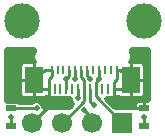
<source format=gbr>
G04 #@! TF.FileFunction,Copper,L1,Top,Signal*
%FSLAX46Y46*%
G04 Gerber Fmt 4.6, Leading zero omitted, Abs format (unit mm)*
G04 Created by KiCad (PCBNEW 4.0.1-3.201512221402+6198~38~ubuntu14.04.1-stable) date mån 28 dec 2015 02:15:22*
%MOMM*%
G01*
G04 APERTURE LIST*
%ADD10C,0.100000*%
%ADD11R,0.270000X0.900000*%
%ADD12R,0.270000X0.800000*%
%ADD13R,1.650000X2.300000*%
%ADD14C,3.000000*%
%ADD15R,0.900000X0.500000*%
%ADD16C,1.700000*%
%ADD17R,1.700000X1.700000*%
%ADD18C,0.508000*%
%ADD19C,0.228600*%
%ADD20C,0.250000*%
%ADD21C,0.500000*%
G04 APERTURE END LIST*
D10*
D11*
X69135000Y-8215000D03*
X68635000Y-8215000D03*
X68135000Y-8215000D03*
X67635000Y-8215000D03*
X67135000Y-8215000D03*
X66635000Y-8215000D03*
X66135000Y-8215000D03*
X65635000Y-8215000D03*
X65135000Y-8215000D03*
X64635000Y-8215000D03*
X64135000Y-8215000D03*
X63635000Y-8215000D03*
D12*
X63890000Y-6615000D03*
X64390000Y-6615000D03*
X64890000Y-6615000D03*
X65390000Y-6615000D03*
X65890000Y-6615000D03*
X66390000Y-6615000D03*
X66890000Y-6615000D03*
X67390000Y-6615000D03*
X67890000Y-6615000D03*
X68390000Y-6615000D03*
X68890000Y-6615000D03*
X69390000Y-6615000D03*
D13*
X70605000Y-7515000D03*
X62415000Y-7515000D03*
D14*
X61351520Y-2465000D03*
X71670120Y-2465000D03*
D15*
X71750500Y-9890000D03*
X71750500Y-11390000D03*
X60450500Y-9890000D03*
X60450500Y-11390000D03*
D16*
X62236000Y-11103000D03*
X64776000Y-11103000D03*
X67316000Y-11103000D03*
D17*
X69856000Y-11103000D03*
D18*
X64823200Y-9427300D03*
X60450500Y-10640000D03*
X67140000Y-7390000D03*
X66102000Y-9052500D03*
X66660800Y-10017700D03*
X65140000Y-7390000D03*
X67890000Y-7390000D03*
X67435500Y-9636000D03*
X71750500Y-10640000D03*
X65890000Y-7390000D03*
X62609500Y-9878000D03*
D19*
X62415000Y-7515000D02*
X61165000Y-7515000D01*
X62415000Y-7515000D02*
X62415000Y-9265000D01*
X71750500Y-9890000D02*
X71750500Y-7515000D01*
X71750500Y-7515000D02*
X71855000Y-7515000D01*
X70605000Y-7515000D02*
X70605000Y-9015000D01*
X62415000Y-7515000D02*
X62415000Y-6015000D01*
X70605000Y-7515000D02*
X70605000Y-6015000D01*
X70605000Y-7515000D02*
X71750500Y-7515000D01*
X64823200Y-9427300D02*
X63635000Y-9427300D01*
X71750500Y-9890000D02*
X70605000Y-9890000D01*
X70605000Y-9890000D02*
X69900000Y-9890000D01*
X69900000Y-9890000D02*
X69135000Y-9125000D01*
X69135000Y-9125000D02*
X69135000Y-8215000D01*
X60450500Y-11390000D02*
X60450500Y-10640000D01*
X69135000Y-7645000D02*
X69390000Y-7390000D01*
X69135000Y-8215000D02*
X69135000Y-7645000D01*
X69390000Y-7390000D02*
X69390000Y-6615000D01*
X63890000Y-6615000D02*
X63890000Y-7135000D01*
X63635000Y-7390000D02*
X63635000Y-8215000D01*
X63890000Y-7135000D02*
X63635000Y-7390000D01*
X69135000Y-8215000D02*
X69905000Y-8215000D01*
X69905000Y-8215000D02*
X70605000Y-7515000D01*
X69390000Y-6615000D02*
X69705000Y-6615000D01*
X69705000Y-6615000D02*
X70605000Y-7515000D01*
X63890000Y-6615000D02*
X63315000Y-6615000D01*
X63315000Y-6615000D02*
X62415000Y-7515000D01*
X63635000Y-8215000D02*
X63115000Y-8215000D01*
X63115000Y-8215000D02*
X62415000Y-7515000D01*
X63635000Y-9704000D02*
X63632000Y-9704000D01*
X63632000Y-9704000D02*
X62236000Y-11100000D01*
D20*
X63635000Y-8215000D02*
X63635000Y-9427300D01*
X63635000Y-9427300D02*
X63635000Y-9704000D01*
D19*
X66635000Y-8215000D02*
X66635000Y-9281500D01*
X66635000Y-9281500D02*
X64813500Y-11103000D01*
X64813500Y-11103000D02*
X64776000Y-11103000D01*
D20*
X66390000Y-6615000D02*
X66390000Y-7243000D01*
X66635000Y-7488000D02*
X66635000Y-8215000D01*
X66390000Y-7243000D02*
X66635000Y-7488000D01*
D19*
X66890000Y-7140000D02*
X67140000Y-7390000D01*
X66890000Y-6615000D02*
X66890000Y-7140000D01*
X66135000Y-8215000D02*
X66135000Y-9019500D01*
X66102000Y-9052500D02*
X66135000Y-9083000D01*
X66135000Y-9019500D02*
X66102000Y-9052500D01*
X66660800Y-10017700D02*
X67316000Y-10672900D01*
X67316000Y-11103000D02*
X67316000Y-10672900D01*
X65390000Y-6615000D02*
X65390000Y-7140000D01*
X65390000Y-7140000D02*
X65140000Y-7390000D01*
X65135000Y-7395000D02*
X65140000Y-7390000D01*
X65135000Y-8215000D02*
X65135000Y-7395000D01*
X67890000Y-7390000D02*
X67890000Y-6615000D01*
X67635000Y-7645000D02*
X67890000Y-7390000D01*
X67635000Y-8215000D02*
X67635000Y-7645000D01*
X67635000Y-8215000D02*
X67635000Y-8879000D01*
X67635000Y-8879000D02*
X69856000Y-11100000D01*
X67135000Y-9335500D02*
X67435500Y-9636000D01*
X67135000Y-8215000D02*
X67135000Y-9335500D01*
X71750500Y-10640000D02*
X71750500Y-11390000D01*
X65890000Y-7390000D02*
X65890000Y-6615000D01*
X62597500Y-9890000D02*
X62609500Y-9878000D01*
X62597500Y-9890000D02*
X60450500Y-9890000D01*
D21*
G36*
X62360000Y-5077544D02*
X62247306Y-5246203D01*
X62193839Y-5515000D01*
X62247306Y-5783797D01*
X62369810Y-5967138D01*
X62373327Y-5985827D01*
X62302500Y-5915000D01*
X61500489Y-5915000D01*
X61335095Y-5983509D01*
X61208508Y-6110096D01*
X61140000Y-6275490D01*
X61140000Y-7402500D01*
X61252500Y-7515000D01*
X61140000Y-7627500D01*
X61140000Y-8754510D01*
X61208508Y-8919904D01*
X61335095Y-9046491D01*
X61500489Y-9115000D01*
X62302500Y-9115000D01*
X62415000Y-9002500D01*
X62527500Y-9115000D01*
X63329511Y-9115000D01*
X63494905Y-9046491D01*
X63568230Y-8973166D01*
X63610798Y-9039318D01*
X63692736Y-9095304D01*
X63790000Y-9115000D01*
X65445545Y-9115000D01*
X65445486Y-9182493D01*
X65545206Y-9423835D01*
X65653479Y-9532297D01*
X65430776Y-9755000D01*
X63266008Y-9755000D01*
X63266014Y-9748007D01*
X63166294Y-9506665D01*
X62981806Y-9321855D01*
X62740639Y-9221714D01*
X62479507Y-9221486D01*
X62238165Y-9321206D01*
X62185980Y-9373300D01*
X61207063Y-9373300D01*
X61194594Y-9353922D01*
X61060123Y-9262042D01*
X60900500Y-9229717D01*
X60140000Y-9229717D01*
X60140000Y-4955000D01*
X62240000Y-4955000D01*
X62337264Y-4935304D01*
X62360000Y-4919769D01*
X62360000Y-5077544D01*
X62360000Y-5077544D01*
G37*
X62360000Y-5077544D02*
X62247306Y-5246203D01*
X62193839Y-5515000D01*
X62247306Y-5783797D01*
X62369810Y-5967138D01*
X62373327Y-5985827D01*
X62302500Y-5915000D01*
X61500489Y-5915000D01*
X61335095Y-5983509D01*
X61208508Y-6110096D01*
X61140000Y-6275490D01*
X61140000Y-7402500D01*
X61252500Y-7515000D01*
X61140000Y-7627500D01*
X61140000Y-8754510D01*
X61208508Y-8919904D01*
X61335095Y-9046491D01*
X61500489Y-9115000D01*
X62302500Y-9115000D01*
X62415000Y-9002500D01*
X62527500Y-9115000D01*
X63329511Y-9115000D01*
X63494905Y-9046491D01*
X63568230Y-8973166D01*
X63610798Y-9039318D01*
X63692736Y-9095304D01*
X63790000Y-9115000D01*
X65445545Y-9115000D01*
X65445486Y-9182493D01*
X65545206Y-9423835D01*
X65653479Y-9532297D01*
X65430776Y-9755000D01*
X63266008Y-9755000D01*
X63266014Y-9748007D01*
X63166294Y-9506665D01*
X62981806Y-9321855D01*
X62740639Y-9221714D01*
X62479507Y-9221486D01*
X62238165Y-9321206D01*
X62185980Y-9373300D01*
X61207063Y-9373300D01*
X61194594Y-9353922D01*
X61060123Y-9262042D01*
X60900500Y-9229717D01*
X60140000Y-9229717D01*
X60140000Y-4955000D01*
X62240000Y-4955000D01*
X62337264Y-4935304D01*
X62360000Y-4919769D01*
X62360000Y-5077544D01*
G36*
X70740000Y-4955000D02*
X72090000Y-4955000D01*
X72090000Y-9190000D01*
X71863000Y-9190000D01*
X71750500Y-9302500D01*
X71638000Y-9190000D01*
X71210990Y-9190000D01*
X71045596Y-9258508D01*
X70919009Y-9385095D01*
X70850500Y-9550489D01*
X70850500Y-9755000D01*
X69241724Y-9755000D01*
X68601724Y-9115000D01*
X69022500Y-9115000D01*
X69030033Y-9107467D01*
X69080864Y-9097903D01*
X69164318Y-9044202D01*
X69169345Y-9036845D01*
X69247500Y-9115000D01*
X69359511Y-9115000D01*
X69524905Y-9046491D01*
X69525000Y-9046396D01*
X69525095Y-9046491D01*
X69690489Y-9115000D01*
X70492500Y-9115000D01*
X70605000Y-9002500D01*
X70717500Y-9115000D01*
X71519511Y-9115000D01*
X71684905Y-9046491D01*
X71811492Y-8919904D01*
X71880000Y-8754510D01*
X71880000Y-7627500D01*
X71767500Y-7515000D01*
X71880000Y-7402500D01*
X71880000Y-6275490D01*
X71811492Y-6110096D01*
X71684905Y-5983509D01*
X71519511Y-5915000D01*
X70717500Y-5915000D01*
X70645400Y-5987100D01*
X70648975Y-5969443D01*
X70705119Y-5913397D01*
X70812278Y-5655329D01*
X70812522Y-5375897D01*
X70705813Y-5117642D01*
X70660000Y-5071749D01*
X70660000Y-4939947D01*
X70740000Y-4955000D01*
X70740000Y-4955000D01*
G37*
X70740000Y-4955000D02*
X72090000Y-4955000D01*
X72090000Y-9190000D01*
X71863000Y-9190000D01*
X71750500Y-9302500D01*
X71638000Y-9190000D01*
X71210990Y-9190000D01*
X71045596Y-9258508D01*
X70919009Y-9385095D01*
X70850500Y-9550489D01*
X70850500Y-9755000D01*
X69241724Y-9755000D01*
X68601724Y-9115000D01*
X69022500Y-9115000D01*
X69030033Y-9107467D01*
X69080864Y-9097903D01*
X69164318Y-9044202D01*
X69169345Y-9036845D01*
X69247500Y-9115000D01*
X69359511Y-9115000D01*
X69524905Y-9046491D01*
X69525000Y-9046396D01*
X69525095Y-9046491D01*
X69690489Y-9115000D01*
X70492500Y-9115000D01*
X70605000Y-9002500D01*
X70717500Y-9115000D01*
X71519511Y-9115000D01*
X71684905Y-9046491D01*
X71811492Y-8919904D01*
X71880000Y-8754510D01*
X71880000Y-7627500D01*
X71767500Y-7515000D01*
X71880000Y-7402500D01*
X71880000Y-6275490D01*
X71811492Y-6110096D01*
X71684905Y-5983509D01*
X71519511Y-5915000D01*
X70717500Y-5915000D01*
X70645400Y-5987100D01*
X70648975Y-5969443D01*
X70705119Y-5913397D01*
X70812278Y-5655329D01*
X70812522Y-5375897D01*
X70705813Y-5117642D01*
X70660000Y-5071749D01*
X70660000Y-4939947D01*
X70740000Y-4955000D01*
M02*

</source>
